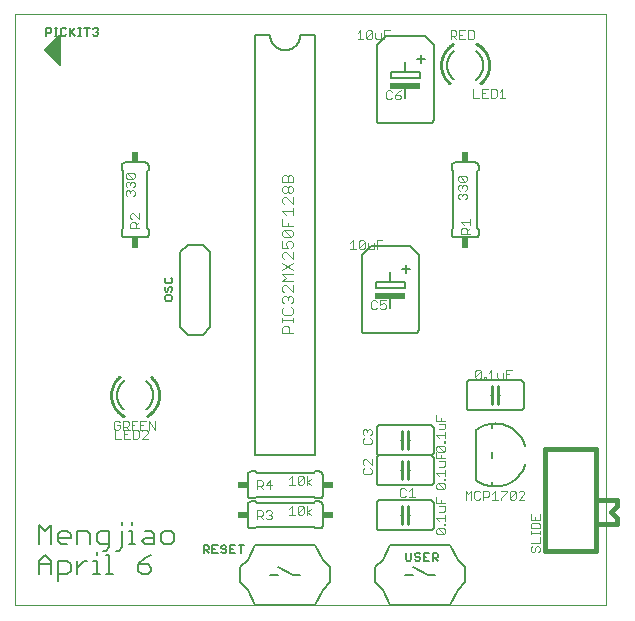
<source format=gto>
G75*
%MOIN*%
%OFA0B0*%
%FSLAX25Y25*%
%IPPOS*%
%LPD*%
%AMOC8*
5,1,8,0,0,1.08239X$1,22.5*
%
%ADD10C,0.00000*%
%ADD11C,0.00600*%
%ADD12C,0.01000*%
%ADD13C,0.00300*%
%ADD14R,0.10000X0.02000*%
%ADD15R,0.02400X0.03400*%
%ADD16R,0.03400X0.02400*%
%ADD17C,0.00400*%
%ADD18C,0.01600*%
%ADD19C,0.00500*%
%ADD20C,0.00800*%
D10*
X0001800Y0001800D02*
X0001800Y0198650D01*
X0198650Y0198650D01*
X0198650Y0001800D01*
X0001800Y0001800D01*
D11*
X0009600Y0012100D02*
X0009600Y0016370D01*
X0011735Y0018505D01*
X0013870Y0016370D01*
X0013870Y0012100D01*
X0016045Y0012100D02*
X0019248Y0012100D01*
X0020316Y0013168D01*
X0020316Y0015303D01*
X0019248Y0016370D01*
X0016045Y0016370D01*
X0016045Y0009965D01*
X0013870Y0015303D02*
X0009600Y0015303D01*
X0009600Y0022100D02*
X0009600Y0028505D01*
X0011735Y0026370D01*
X0013870Y0028505D01*
X0013870Y0022100D01*
X0016045Y0023168D02*
X0016045Y0025303D01*
X0017113Y0026370D01*
X0019248Y0026370D01*
X0020316Y0025303D01*
X0020316Y0024235D01*
X0016045Y0024235D01*
X0016045Y0023168D02*
X0017113Y0022100D01*
X0019248Y0022100D01*
X0022491Y0022100D02*
X0022491Y0026370D01*
X0025694Y0026370D01*
X0026761Y0025303D01*
X0026761Y0022100D01*
X0028936Y0023168D02*
X0028936Y0025303D01*
X0030004Y0026370D01*
X0033207Y0026370D01*
X0033207Y0021032D01*
X0032139Y0019965D01*
X0031072Y0019965D01*
X0032159Y0018505D02*
X0033227Y0018505D01*
X0033227Y0012100D01*
X0034294Y0012100D02*
X0032159Y0012100D01*
X0029997Y0012100D02*
X0027862Y0012100D01*
X0028930Y0012100D02*
X0028930Y0016370D01*
X0027862Y0016370D01*
X0025694Y0016370D02*
X0024626Y0016370D01*
X0022491Y0014235D01*
X0022491Y0012100D02*
X0022491Y0016370D01*
X0028930Y0018505D02*
X0028930Y0019573D01*
X0030004Y0022100D02*
X0033207Y0022100D01*
X0035382Y0019965D02*
X0036450Y0019965D01*
X0037517Y0021032D01*
X0037517Y0026370D01*
X0037517Y0028505D02*
X0037517Y0029573D01*
X0040747Y0029573D02*
X0040747Y0028505D01*
X0040747Y0026370D02*
X0040747Y0022100D01*
X0041814Y0022100D02*
X0039679Y0022100D01*
X0039679Y0026370D02*
X0040747Y0026370D01*
X0043976Y0023168D02*
X0045044Y0024235D01*
X0048246Y0024235D01*
X0048246Y0025303D02*
X0048246Y0022100D01*
X0045044Y0022100D01*
X0043976Y0023168D01*
X0045044Y0026370D02*
X0047179Y0026370D01*
X0048246Y0025303D01*
X0050421Y0025303D02*
X0050421Y0023168D01*
X0051489Y0022100D01*
X0053624Y0022100D01*
X0054692Y0023168D01*
X0054692Y0025303D01*
X0053624Y0026370D01*
X0051489Y0026370D01*
X0050421Y0025303D01*
X0047172Y0018505D02*
X0045037Y0017438D01*
X0042902Y0015303D01*
X0046104Y0015303D01*
X0047172Y0014235D01*
X0047172Y0013168D01*
X0046104Y0012100D01*
X0043969Y0012100D01*
X0042902Y0013168D01*
X0042902Y0015303D01*
X0030004Y0022100D02*
X0028936Y0023168D01*
X0064600Y0021702D02*
X0064600Y0019100D01*
X0064600Y0019967D02*
X0065901Y0019967D01*
X0066335Y0020401D01*
X0066335Y0021269D01*
X0065901Y0021702D01*
X0064600Y0021702D01*
X0065467Y0019967D02*
X0066335Y0019100D01*
X0067547Y0019100D02*
X0067547Y0021702D01*
X0069281Y0021702D01*
X0070493Y0021269D02*
X0070493Y0020835D01*
X0070927Y0020401D01*
X0071794Y0020401D01*
X0072228Y0019967D01*
X0072228Y0019534D01*
X0071794Y0019100D01*
X0070927Y0019100D01*
X0070493Y0019534D01*
X0069281Y0019100D02*
X0067547Y0019100D01*
X0067547Y0020401D02*
X0068414Y0020401D01*
X0070493Y0021269D02*
X0070927Y0021702D01*
X0071794Y0021702D01*
X0072228Y0021269D01*
X0073440Y0021702D02*
X0073440Y0019100D01*
X0075174Y0019100D01*
X0074307Y0020401D02*
X0073440Y0020401D01*
X0073440Y0021702D02*
X0075174Y0021702D01*
X0076386Y0021702D02*
X0078121Y0021702D01*
X0077253Y0021702D02*
X0077253Y0019100D01*
X0080300Y0027300D02*
X0081800Y0027300D01*
X0082300Y0027800D01*
X0101300Y0027800D01*
X0101800Y0027300D01*
X0103300Y0027300D01*
X0103360Y0027302D01*
X0103421Y0027307D01*
X0103480Y0027316D01*
X0103539Y0027329D01*
X0103598Y0027345D01*
X0103655Y0027365D01*
X0103710Y0027388D01*
X0103765Y0027415D01*
X0103817Y0027444D01*
X0103868Y0027477D01*
X0103917Y0027513D01*
X0103963Y0027551D01*
X0104007Y0027593D01*
X0104049Y0027637D01*
X0104087Y0027683D01*
X0104123Y0027732D01*
X0104156Y0027783D01*
X0104185Y0027835D01*
X0104212Y0027890D01*
X0104235Y0027945D01*
X0104255Y0028002D01*
X0104271Y0028061D01*
X0104284Y0028120D01*
X0104293Y0028179D01*
X0104298Y0028240D01*
X0104300Y0028300D01*
X0104300Y0035300D01*
X0104298Y0035360D01*
X0104293Y0035421D01*
X0104284Y0035480D01*
X0104271Y0035539D01*
X0104255Y0035598D01*
X0104235Y0035655D01*
X0104212Y0035710D01*
X0104185Y0035765D01*
X0104156Y0035817D01*
X0104123Y0035868D01*
X0104087Y0035917D01*
X0104049Y0035963D01*
X0104007Y0036007D01*
X0103963Y0036049D01*
X0103917Y0036087D01*
X0103868Y0036123D01*
X0103817Y0036156D01*
X0103765Y0036185D01*
X0103710Y0036212D01*
X0103655Y0036235D01*
X0103598Y0036255D01*
X0103539Y0036271D01*
X0103480Y0036284D01*
X0103421Y0036293D01*
X0103360Y0036298D01*
X0103300Y0036300D01*
X0101800Y0036300D01*
X0101300Y0035800D01*
X0082300Y0035800D01*
X0081800Y0036300D01*
X0080300Y0036300D01*
X0080300Y0037300D02*
X0081800Y0037300D01*
X0082300Y0037800D01*
X0101300Y0037800D01*
X0101800Y0037300D01*
X0103300Y0037300D01*
X0103360Y0037302D01*
X0103421Y0037307D01*
X0103480Y0037316D01*
X0103539Y0037329D01*
X0103598Y0037345D01*
X0103655Y0037365D01*
X0103710Y0037388D01*
X0103765Y0037415D01*
X0103817Y0037444D01*
X0103868Y0037477D01*
X0103917Y0037513D01*
X0103963Y0037551D01*
X0104007Y0037593D01*
X0104049Y0037637D01*
X0104087Y0037683D01*
X0104123Y0037732D01*
X0104156Y0037783D01*
X0104185Y0037835D01*
X0104212Y0037890D01*
X0104235Y0037945D01*
X0104255Y0038002D01*
X0104271Y0038061D01*
X0104284Y0038120D01*
X0104293Y0038179D01*
X0104298Y0038240D01*
X0104300Y0038300D01*
X0104300Y0045300D01*
X0104298Y0045360D01*
X0104293Y0045421D01*
X0104284Y0045480D01*
X0104271Y0045539D01*
X0104255Y0045598D01*
X0104235Y0045655D01*
X0104212Y0045710D01*
X0104185Y0045765D01*
X0104156Y0045817D01*
X0104123Y0045868D01*
X0104087Y0045917D01*
X0104049Y0045963D01*
X0104007Y0046007D01*
X0103963Y0046049D01*
X0103917Y0046087D01*
X0103868Y0046123D01*
X0103817Y0046156D01*
X0103765Y0046185D01*
X0103710Y0046212D01*
X0103655Y0046235D01*
X0103598Y0046255D01*
X0103539Y0046271D01*
X0103480Y0046284D01*
X0103421Y0046293D01*
X0103360Y0046298D01*
X0103300Y0046300D01*
X0101800Y0046300D01*
X0101300Y0045800D01*
X0082300Y0045800D01*
X0081800Y0046300D01*
X0080300Y0046300D01*
X0080240Y0046298D01*
X0080179Y0046293D01*
X0080120Y0046284D01*
X0080061Y0046271D01*
X0080002Y0046255D01*
X0079945Y0046235D01*
X0079890Y0046212D01*
X0079835Y0046185D01*
X0079783Y0046156D01*
X0079732Y0046123D01*
X0079683Y0046087D01*
X0079637Y0046049D01*
X0079593Y0046007D01*
X0079551Y0045963D01*
X0079513Y0045917D01*
X0079477Y0045868D01*
X0079444Y0045817D01*
X0079415Y0045765D01*
X0079388Y0045710D01*
X0079365Y0045655D01*
X0079345Y0045598D01*
X0079329Y0045539D01*
X0079316Y0045480D01*
X0079307Y0045421D01*
X0079302Y0045360D01*
X0079300Y0045300D01*
X0079300Y0038300D01*
X0079302Y0038240D01*
X0079307Y0038179D01*
X0079316Y0038120D01*
X0079329Y0038061D01*
X0079345Y0038002D01*
X0079365Y0037945D01*
X0079388Y0037890D01*
X0079415Y0037835D01*
X0079444Y0037783D01*
X0079477Y0037732D01*
X0079513Y0037683D01*
X0079551Y0037637D01*
X0079593Y0037593D01*
X0079637Y0037551D01*
X0079683Y0037513D01*
X0079732Y0037477D01*
X0079783Y0037444D01*
X0079835Y0037415D01*
X0079890Y0037388D01*
X0079945Y0037365D01*
X0080002Y0037345D01*
X0080061Y0037329D01*
X0080120Y0037316D01*
X0080179Y0037307D01*
X0080240Y0037302D01*
X0080300Y0037300D01*
X0080300Y0036300D02*
X0080240Y0036298D01*
X0080179Y0036293D01*
X0080120Y0036284D01*
X0080061Y0036271D01*
X0080002Y0036255D01*
X0079945Y0036235D01*
X0079890Y0036212D01*
X0079835Y0036185D01*
X0079783Y0036156D01*
X0079732Y0036123D01*
X0079683Y0036087D01*
X0079637Y0036049D01*
X0079593Y0036007D01*
X0079551Y0035963D01*
X0079513Y0035917D01*
X0079477Y0035868D01*
X0079444Y0035817D01*
X0079415Y0035765D01*
X0079388Y0035710D01*
X0079365Y0035655D01*
X0079345Y0035598D01*
X0079329Y0035539D01*
X0079316Y0035480D01*
X0079307Y0035421D01*
X0079302Y0035360D01*
X0079300Y0035300D01*
X0079300Y0028300D01*
X0079302Y0028240D01*
X0079307Y0028179D01*
X0079316Y0028120D01*
X0079329Y0028061D01*
X0079345Y0028002D01*
X0079365Y0027945D01*
X0079388Y0027890D01*
X0079415Y0027835D01*
X0079444Y0027783D01*
X0079477Y0027732D01*
X0079513Y0027683D01*
X0079551Y0027637D01*
X0079593Y0027593D01*
X0079637Y0027551D01*
X0079683Y0027513D01*
X0079732Y0027477D01*
X0079783Y0027444D01*
X0079835Y0027415D01*
X0079890Y0027388D01*
X0079945Y0027365D01*
X0080002Y0027345D01*
X0080061Y0027329D01*
X0080120Y0027316D01*
X0080179Y0027307D01*
X0080240Y0027302D01*
X0080300Y0027300D01*
X0081800Y0051800D02*
X0081800Y0191300D01*
X0081800Y0191800D02*
X0086800Y0191800D01*
X0086802Y0191660D01*
X0086808Y0191520D01*
X0086818Y0191380D01*
X0086831Y0191240D01*
X0086849Y0191101D01*
X0086871Y0190962D01*
X0086896Y0190825D01*
X0086925Y0190687D01*
X0086958Y0190551D01*
X0086995Y0190416D01*
X0087036Y0190282D01*
X0087081Y0190149D01*
X0087129Y0190017D01*
X0087181Y0189887D01*
X0087236Y0189758D01*
X0087295Y0189631D01*
X0087358Y0189505D01*
X0087424Y0189381D01*
X0087493Y0189260D01*
X0087566Y0189140D01*
X0087643Y0189022D01*
X0087722Y0188907D01*
X0087805Y0188793D01*
X0087891Y0188683D01*
X0087980Y0188574D01*
X0088072Y0188468D01*
X0088167Y0188365D01*
X0088264Y0188264D01*
X0088365Y0188167D01*
X0088468Y0188072D01*
X0088574Y0187980D01*
X0088683Y0187891D01*
X0088793Y0187805D01*
X0088907Y0187722D01*
X0089022Y0187643D01*
X0089140Y0187566D01*
X0089260Y0187493D01*
X0089381Y0187424D01*
X0089505Y0187358D01*
X0089631Y0187295D01*
X0089758Y0187236D01*
X0089887Y0187181D01*
X0090017Y0187129D01*
X0090149Y0187081D01*
X0090282Y0187036D01*
X0090416Y0186995D01*
X0090551Y0186958D01*
X0090687Y0186925D01*
X0090825Y0186896D01*
X0090962Y0186871D01*
X0091101Y0186849D01*
X0091240Y0186831D01*
X0091380Y0186818D01*
X0091520Y0186808D01*
X0091660Y0186802D01*
X0091800Y0186800D01*
X0091940Y0186802D01*
X0092080Y0186808D01*
X0092220Y0186818D01*
X0092360Y0186831D01*
X0092499Y0186849D01*
X0092638Y0186871D01*
X0092775Y0186896D01*
X0092913Y0186925D01*
X0093049Y0186958D01*
X0093184Y0186995D01*
X0093318Y0187036D01*
X0093451Y0187081D01*
X0093583Y0187129D01*
X0093713Y0187181D01*
X0093842Y0187236D01*
X0093969Y0187295D01*
X0094095Y0187358D01*
X0094219Y0187424D01*
X0094340Y0187493D01*
X0094460Y0187566D01*
X0094578Y0187643D01*
X0094693Y0187722D01*
X0094807Y0187805D01*
X0094917Y0187891D01*
X0095026Y0187980D01*
X0095132Y0188072D01*
X0095235Y0188167D01*
X0095336Y0188264D01*
X0095433Y0188365D01*
X0095528Y0188468D01*
X0095620Y0188574D01*
X0095709Y0188683D01*
X0095795Y0188793D01*
X0095878Y0188907D01*
X0095957Y0189022D01*
X0096034Y0189140D01*
X0096107Y0189260D01*
X0096176Y0189381D01*
X0096242Y0189505D01*
X0096305Y0189631D01*
X0096364Y0189758D01*
X0096419Y0189887D01*
X0096471Y0190017D01*
X0096519Y0190149D01*
X0096564Y0190282D01*
X0096605Y0190416D01*
X0096642Y0190551D01*
X0096675Y0190687D01*
X0096704Y0190825D01*
X0096729Y0190962D01*
X0096751Y0191101D01*
X0096769Y0191240D01*
X0096782Y0191380D01*
X0096792Y0191520D01*
X0096798Y0191660D01*
X0096800Y0191800D01*
X0101800Y0191800D01*
X0101800Y0051800D01*
X0081800Y0051800D01*
X0122300Y0050800D02*
X0122300Y0042800D01*
X0122302Y0042740D01*
X0122307Y0042679D01*
X0122316Y0042620D01*
X0122329Y0042561D01*
X0122345Y0042502D01*
X0122365Y0042445D01*
X0122388Y0042390D01*
X0122415Y0042335D01*
X0122444Y0042283D01*
X0122477Y0042232D01*
X0122513Y0042183D01*
X0122551Y0042137D01*
X0122593Y0042093D01*
X0122637Y0042051D01*
X0122683Y0042013D01*
X0122732Y0041977D01*
X0122783Y0041944D01*
X0122835Y0041915D01*
X0122890Y0041888D01*
X0122945Y0041865D01*
X0123002Y0041845D01*
X0123061Y0041829D01*
X0123120Y0041816D01*
X0123179Y0041807D01*
X0123240Y0041802D01*
X0123300Y0041800D01*
X0140300Y0041800D01*
X0140360Y0041802D01*
X0140421Y0041807D01*
X0140480Y0041816D01*
X0140539Y0041829D01*
X0140598Y0041845D01*
X0140655Y0041865D01*
X0140710Y0041888D01*
X0140765Y0041915D01*
X0140817Y0041944D01*
X0140868Y0041977D01*
X0140917Y0042013D01*
X0140963Y0042051D01*
X0141007Y0042093D01*
X0141049Y0042137D01*
X0141087Y0042183D01*
X0141123Y0042232D01*
X0141156Y0042283D01*
X0141185Y0042335D01*
X0141212Y0042390D01*
X0141235Y0042445D01*
X0141255Y0042502D01*
X0141271Y0042561D01*
X0141284Y0042620D01*
X0141293Y0042679D01*
X0141298Y0042740D01*
X0141300Y0042800D01*
X0141300Y0050800D01*
X0141298Y0050860D01*
X0141293Y0050921D01*
X0141284Y0050980D01*
X0141271Y0051039D01*
X0141255Y0051098D01*
X0141235Y0051155D01*
X0141212Y0051210D01*
X0141185Y0051265D01*
X0141156Y0051317D01*
X0141123Y0051368D01*
X0141087Y0051417D01*
X0141049Y0051463D01*
X0141007Y0051507D01*
X0140963Y0051549D01*
X0140917Y0051587D01*
X0140868Y0051623D01*
X0140817Y0051656D01*
X0140765Y0051685D01*
X0140710Y0051712D01*
X0140655Y0051735D01*
X0140598Y0051755D01*
X0140539Y0051771D01*
X0140480Y0051784D01*
X0140421Y0051793D01*
X0140360Y0051798D01*
X0140300Y0051800D01*
X0123300Y0051800D01*
X0140300Y0051800D01*
X0140360Y0051802D01*
X0140421Y0051807D01*
X0140480Y0051816D01*
X0140539Y0051829D01*
X0140598Y0051845D01*
X0140655Y0051865D01*
X0140710Y0051888D01*
X0140765Y0051915D01*
X0140817Y0051944D01*
X0140868Y0051977D01*
X0140917Y0052013D01*
X0140963Y0052051D01*
X0141007Y0052093D01*
X0141049Y0052137D01*
X0141087Y0052183D01*
X0141123Y0052232D01*
X0141156Y0052283D01*
X0141185Y0052335D01*
X0141212Y0052390D01*
X0141235Y0052445D01*
X0141255Y0052502D01*
X0141271Y0052561D01*
X0141284Y0052620D01*
X0141293Y0052679D01*
X0141298Y0052740D01*
X0141300Y0052800D01*
X0141300Y0060800D01*
X0141298Y0060860D01*
X0141293Y0060921D01*
X0141284Y0060980D01*
X0141271Y0061039D01*
X0141255Y0061098D01*
X0141235Y0061155D01*
X0141212Y0061210D01*
X0141185Y0061265D01*
X0141156Y0061317D01*
X0141123Y0061368D01*
X0141087Y0061417D01*
X0141049Y0061463D01*
X0141007Y0061507D01*
X0140963Y0061549D01*
X0140917Y0061587D01*
X0140868Y0061623D01*
X0140817Y0061656D01*
X0140765Y0061685D01*
X0140710Y0061712D01*
X0140655Y0061735D01*
X0140598Y0061755D01*
X0140539Y0061771D01*
X0140480Y0061784D01*
X0140421Y0061793D01*
X0140360Y0061798D01*
X0140300Y0061800D01*
X0123300Y0061800D01*
X0123240Y0061798D01*
X0123179Y0061793D01*
X0123120Y0061784D01*
X0123061Y0061771D01*
X0123002Y0061755D01*
X0122945Y0061735D01*
X0122890Y0061712D01*
X0122835Y0061685D01*
X0122783Y0061656D01*
X0122732Y0061623D01*
X0122683Y0061587D01*
X0122637Y0061549D01*
X0122593Y0061507D01*
X0122551Y0061463D01*
X0122513Y0061417D01*
X0122477Y0061368D01*
X0122444Y0061317D01*
X0122415Y0061265D01*
X0122388Y0061210D01*
X0122365Y0061155D01*
X0122345Y0061098D01*
X0122329Y0061039D01*
X0122316Y0060980D01*
X0122307Y0060921D01*
X0122302Y0060860D01*
X0122300Y0060800D01*
X0122300Y0052800D01*
X0122302Y0052740D01*
X0122307Y0052679D01*
X0122316Y0052620D01*
X0122329Y0052561D01*
X0122345Y0052502D01*
X0122365Y0052445D01*
X0122388Y0052390D01*
X0122415Y0052335D01*
X0122444Y0052283D01*
X0122477Y0052232D01*
X0122513Y0052183D01*
X0122551Y0052137D01*
X0122593Y0052093D01*
X0122637Y0052051D01*
X0122683Y0052013D01*
X0122732Y0051977D01*
X0122783Y0051944D01*
X0122835Y0051915D01*
X0122890Y0051888D01*
X0122945Y0051865D01*
X0123002Y0051845D01*
X0123061Y0051829D01*
X0123120Y0051816D01*
X0123179Y0051807D01*
X0123240Y0051802D01*
X0123300Y0051800D01*
X0123240Y0051798D01*
X0123179Y0051793D01*
X0123120Y0051784D01*
X0123061Y0051771D01*
X0123002Y0051755D01*
X0122945Y0051735D01*
X0122890Y0051712D01*
X0122835Y0051685D01*
X0122783Y0051656D01*
X0122732Y0051623D01*
X0122683Y0051587D01*
X0122637Y0051549D01*
X0122593Y0051507D01*
X0122551Y0051463D01*
X0122513Y0051417D01*
X0122477Y0051368D01*
X0122444Y0051317D01*
X0122415Y0051265D01*
X0122388Y0051210D01*
X0122365Y0051155D01*
X0122345Y0051098D01*
X0122329Y0051039D01*
X0122316Y0050980D01*
X0122307Y0050921D01*
X0122302Y0050860D01*
X0122300Y0050800D01*
X0130300Y0046800D02*
X0130800Y0046800D01*
X0132800Y0046800D02*
X0133300Y0046800D01*
X0133300Y0056800D02*
X0132800Y0056800D01*
X0130800Y0056800D02*
X0130300Y0056800D01*
X0123300Y0036800D02*
X0140300Y0036800D01*
X0140360Y0036798D01*
X0140421Y0036793D01*
X0140480Y0036784D01*
X0140539Y0036771D01*
X0140598Y0036755D01*
X0140655Y0036735D01*
X0140710Y0036712D01*
X0140765Y0036685D01*
X0140817Y0036656D01*
X0140868Y0036623D01*
X0140917Y0036587D01*
X0140963Y0036549D01*
X0141007Y0036507D01*
X0141049Y0036463D01*
X0141087Y0036417D01*
X0141123Y0036368D01*
X0141156Y0036317D01*
X0141185Y0036265D01*
X0141212Y0036210D01*
X0141235Y0036155D01*
X0141255Y0036098D01*
X0141271Y0036039D01*
X0141284Y0035980D01*
X0141293Y0035921D01*
X0141298Y0035860D01*
X0141300Y0035800D01*
X0141300Y0027800D01*
X0141298Y0027740D01*
X0141293Y0027679D01*
X0141284Y0027620D01*
X0141271Y0027561D01*
X0141255Y0027502D01*
X0141235Y0027445D01*
X0141212Y0027390D01*
X0141185Y0027335D01*
X0141156Y0027283D01*
X0141123Y0027232D01*
X0141087Y0027183D01*
X0141049Y0027137D01*
X0141007Y0027093D01*
X0140963Y0027051D01*
X0140917Y0027013D01*
X0140868Y0026977D01*
X0140817Y0026944D01*
X0140765Y0026915D01*
X0140710Y0026888D01*
X0140655Y0026865D01*
X0140598Y0026845D01*
X0140539Y0026829D01*
X0140480Y0026816D01*
X0140421Y0026807D01*
X0140360Y0026802D01*
X0140300Y0026800D01*
X0123300Y0026800D01*
X0123240Y0026802D01*
X0123179Y0026807D01*
X0123120Y0026816D01*
X0123061Y0026829D01*
X0123002Y0026845D01*
X0122945Y0026865D01*
X0122890Y0026888D01*
X0122835Y0026915D01*
X0122783Y0026944D01*
X0122732Y0026977D01*
X0122683Y0027013D01*
X0122637Y0027051D01*
X0122593Y0027093D01*
X0122551Y0027137D01*
X0122513Y0027183D01*
X0122477Y0027232D01*
X0122444Y0027283D01*
X0122415Y0027335D01*
X0122388Y0027390D01*
X0122365Y0027445D01*
X0122345Y0027502D01*
X0122329Y0027561D01*
X0122316Y0027620D01*
X0122307Y0027679D01*
X0122302Y0027740D01*
X0122300Y0027800D01*
X0122300Y0035800D01*
X0122302Y0035860D01*
X0122307Y0035921D01*
X0122316Y0035980D01*
X0122329Y0036039D01*
X0122345Y0036098D01*
X0122365Y0036155D01*
X0122388Y0036210D01*
X0122415Y0036265D01*
X0122444Y0036317D01*
X0122477Y0036368D01*
X0122513Y0036417D01*
X0122551Y0036463D01*
X0122593Y0036507D01*
X0122637Y0036549D01*
X0122683Y0036587D01*
X0122732Y0036623D01*
X0122783Y0036656D01*
X0122835Y0036685D01*
X0122890Y0036712D01*
X0122945Y0036735D01*
X0123002Y0036755D01*
X0123061Y0036771D01*
X0123120Y0036784D01*
X0123179Y0036793D01*
X0123240Y0036798D01*
X0123300Y0036800D01*
X0130300Y0031800D02*
X0130800Y0031800D01*
X0132800Y0031800D02*
X0133300Y0031800D01*
X0133835Y0019202D02*
X0133835Y0017034D01*
X0133401Y0016600D01*
X0132534Y0016600D01*
X0132100Y0017034D01*
X0132100Y0019202D01*
X0135047Y0018769D02*
X0135047Y0018335D01*
X0135480Y0017901D01*
X0136348Y0017901D01*
X0136781Y0017467D01*
X0136781Y0017034D01*
X0136348Y0016600D01*
X0135480Y0016600D01*
X0135047Y0017034D01*
X0135047Y0018769D02*
X0135480Y0019202D01*
X0136348Y0019202D01*
X0136781Y0018769D01*
X0137993Y0019202D02*
X0137993Y0016600D01*
X0139728Y0016600D01*
X0140940Y0016600D02*
X0140940Y0019202D01*
X0142241Y0019202D01*
X0142674Y0018769D01*
X0142674Y0017901D01*
X0142241Y0017467D01*
X0140940Y0017467D01*
X0141807Y0017467D02*
X0142674Y0016600D01*
X0139728Y0019202D02*
X0137993Y0019202D01*
X0137993Y0017901D02*
X0138860Y0017901D01*
X0153300Y0066800D02*
X0170300Y0066800D01*
X0170360Y0066802D01*
X0170421Y0066807D01*
X0170480Y0066816D01*
X0170539Y0066829D01*
X0170598Y0066845D01*
X0170655Y0066865D01*
X0170710Y0066888D01*
X0170765Y0066915D01*
X0170817Y0066944D01*
X0170868Y0066977D01*
X0170917Y0067013D01*
X0170963Y0067051D01*
X0171007Y0067093D01*
X0171049Y0067137D01*
X0171087Y0067183D01*
X0171123Y0067232D01*
X0171156Y0067283D01*
X0171185Y0067335D01*
X0171212Y0067390D01*
X0171235Y0067445D01*
X0171255Y0067502D01*
X0171271Y0067561D01*
X0171284Y0067620D01*
X0171293Y0067679D01*
X0171298Y0067740D01*
X0171300Y0067800D01*
X0171300Y0075800D01*
X0171298Y0075860D01*
X0171293Y0075921D01*
X0171284Y0075980D01*
X0171271Y0076039D01*
X0171255Y0076098D01*
X0171235Y0076155D01*
X0171212Y0076210D01*
X0171185Y0076265D01*
X0171156Y0076317D01*
X0171123Y0076368D01*
X0171087Y0076417D01*
X0171049Y0076463D01*
X0171007Y0076507D01*
X0170963Y0076549D01*
X0170917Y0076587D01*
X0170868Y0076623D01*
X0170817Y0076656D01*
X0170765Y0076685D01*
X0170710Y0076712D01*
X0170655Y0076735D01*
X0170598Y0076755D01*
X0170539Y0076771D01*
X0170480Y0076784D01*
X0170421Y0076793D01*
X0170360Y0076798D01*
X0170300Y0076800D01*
X0153300Y0076800D01*
X0153240Y0076798D01*
X0153179Y0076793D01*
X0153120Y0076784D01*
X0153061Y0076771D01*
X0153002Y0076755D01*
X0152945Y0076735D01*
X0152890Y0076712D01*
X0152835Y0076685D01*
X0152783Y0076656D01*
X0152732Y0076623D01*
X0152683Y0076587D01*
X0152637Y0076549D01*
X0152593Y0076507D01*
X0152551Y0076463D01*
X0152513Y0076417D01*
X0152477Y0076368D01*
X0152444Y0076317D01*
X0152415Y0076265D01*
X0152388Y0076210D01*
X0152365Y0076155D01*
X0152345Y0076098D01*
X0152329Y0076039D01*
X0152316Y0075980D01*
X0152307Y0075921D01*
X0152302Y0075860D01*
X0152300Y0075800D01*
X0152300Y0067800D01*
X0152302Y0067740D01*
X0152307Y0067679D01*
X0152316Y0067620D01*
X0152329Y0067561D01*
X0152345Y0067502D01*
X0152365Y0067445D01*
X0152388Y0067390D01*
X0152415Y0067335D01*
X0152444Y0067283D01*
X0152477Y0067232D01*
X0152513Y0067183D01*
X0152551Y0067137D01*
X0152593Y0067093D01*
X0152637Y0067051D01*
X0152683Y0067013D01*
X0152732Y0066977D01*
X0152783Y0066944D01*
X0152835Y0066915D01*
X0152890Y0066888D01*
X0152945Y0066865D01*
X0153002Y0066845D01*
X0153061Y0066829D01*
X0153120Y0066816D01*
X0153179Y0066807D01*
X0153240Y0066802D01*
X0153300Y0066800D01*
X0160300Y0071800D02*
X0160800Y0071800D01*
X0162800Y0071800D02*
X0163300Y0071800D01*
X0136300Y0093800D02*
X0136300Y0118300D01*
X0133300Y0121300D01*
X0120300Y0121300D01*
X0117300Y0118300D01*
X0117300Y0093800D01*
X0117302Y0093724D01*
X0117308Y0093648D01*
X0117317Y0093573D01*
X0117331Y0093498D01*
X0117348Y0093424D01*
X0117369Y0093351D01*
X0117393Y0093279D01*
X0117422Y0093208D01*
X0117453Y0093139D01*
X0117488Y0093072D01*
X0117527Y0093007D01*
X0117569Y0092943D01*
X0117614Y0092882D01*
X0117662Y0092823D01*
X0117713Y0092767D01*
X0117767Y0092713D01*
X0117823Y0092662D01*
X0117882Y0092614D01*
X0117943Y0092569D01*
X0118007Y0092527D01*
X0118072Y0092488D01*
X0118139Y0092453D01*
X0118208Y0092422D01*
X0118279Y0092393D01*
X0118351Y0092369D01*
X0118424Y0092348D01*
X0118498Y0092331D01*
X0118573Y0092317D01*
X0118648Y0092308D01*
X0118724Y0092302D01*
X0118800Y0092300D01*
X0134800Y0092300D01*
X0134876Y0092302D01*
X0134952Y0092308D01*
X0135027Y0092317D01*
X0135102Y0092331D01*
X0135176Y0092348D01*
X0135249Y0092369D01*
X0135321Y0092393D01*
X0135392Y0092422D01*
X0135461Y0092453D01*
X0135528Y0092488D01*
X0135593Y0092527D01*
X0135657Y0092569D01*
X0135718Y0092614D01*
X0135777Y0092662D01*
X0135833Y0092713D01*
X0135887Y0092767D01*
X0135938Y0092823D01*
X0135986Y0092882D01*
X0136031Y0092943D01*
X0136073Y0093007D01*
X0136112Y0093072D01*
X0136147Y0093139D01*
X0136178Y0093208D01*
X0136207Y0093279D01*
X0136231Y0093351D01*
X0136252Y0093424D01*
X0136269Y0093498D01*
X0136283Y0093573D01*
X0136292Y0093648D01*
X0136298Y0093724D01*
X0136300Y0093800D01*
X0126800Y0100800D02*
X0126800Y0104300D01*
X0126800Y0109300D02*
X0131600Y0109300D01*
X0131600Y0107300D01*
X0122000Y0107300D01*
X0122000Y0109300D01*
X0126800Y0109300D01*
X0126800Y0112800D01*
X0130900Y0113800D02*
X0133400Y0113800D01*
X0132200Y0112500D02*
X0132200Y0115100D01*
X0147300Y0125300D02*
X0147300Y0126800D01*
X0147800Y0127300D01*
X0147800Y0146300D01*
X0147300Y0146800D01*
X0147300Y0148300D01*
X0147302Y0148360D01*
X0147307Y0148421D01*
X0147316Y0148480D01*
X0147329Y0148539D01*
X0147345Y0148598D01*
X0147365Y0148655D01*
X0147388Y0148710D01*
X0147415Y0148765D01*
X0147444Y0148817D01*
X0147477Y0148868D01*
X0147513Y0148917D01*
X0147551Y0148963D01*
X0147593Y0149007D01*
X0147637Y0149049D01*
X0147683Y0149087D01*
X0147732Y0149123D01*
X0147783Y0149156D01*
X0147835Y0149185D01*
X0147890Y0149212D01*
X0147945Y0149235D01*
X0148002Y0149255D01*
X0148061Y0149271D01*
X0148120Y0149284D01*
X0148179Y0149293D01*
X0148240Y0149298D01*
X0148300Y0149300D01*
X0155300Y0149300D01*
X0155360Y0149298D01*
X0155421Y0149293D01*
X0155480Y0149284D01*
X0155539Y0149271D01*
X0155598Y0149255D01*
X0155655Y0149235D01*
X0155710Y0149212D01*
X0155765Y0149185D01*
X0155817Y0149156D01*
X0155868Y0149123D01*
X0155917Y0149087D01*
X0155963Y0149049D01*
X0156007Y0149007D01*
X0156049Y0148963D01*
X0156087Y0148917D01*
X0156123Y0148868D01*
X0156156Y0148817D01*
X0156185Y0148765D01*
X0156212Y0148710D01*
X0156235Y0148655D01*
X0156255Y0148598D01*
X0156271Y0148539D01*
X0156284Y0148480D01*
X0156293Y0148421D01*
X0156298Y0148360D01*
X0156300Y0148300D01*
X0156300Y0146800D01*
X0155800Y0146300D01*
X0155800Y0127300D01*
X0156300Y0126800D01*
X0156300Y0125300D01*
X0156298Y0125240D01*
X0156293Y0125179D01*
X0156284Y0125120D01*
X0156271Y0125061D01*
X0156255Y0125002D01*
X0156235Y0124945D01*
X0156212Y0124890D01*
X0156185Y0124835D01*
X0156156Y0124783D01*
X0156123Y0124732D01*
X0156087Y0124683D01*
X0156049Y0124637D01*
X0156007Y0124593D01*
X0155963Y0124551D01*
X0155917Y0124513D01*
X0155868Y0124477D01*
X0155817Y0124444D01*
X0155765Y0124415D01*
X0155710Y0124388D01*
X0155655Y0124365D01*
X0155598Y0124345D01*
X0155539Y0124329D01*
X0155480Y0124316D01*
X0155421Y0124307D01*
X0155360Y0124302D01*
X0155300Y0124300D01*
X0148300Y0124300D01*
X0148240Y0124302D01*
X0148179Y0124307D01*
X0148120Y0124316D01*
X0148061Y0124329D01*
X0148002Y0124345D01*
X0147945Y0124365D01*
X0147890Y0124388D01*
X0147835Y0124415D01*
X0147783Y0124444D01*
X0147732Y0124477D01*
X0147683Y0124513D01*
X0147637Y0124551D01*
X0147593Y0124593D01*
X0147551Y0124637D01*
X0147513Y0124683D01*
X0147477Y0124732D01*
X0147444Y0124783D01*
X0147415Y0124835D01*
X0147388Y0124890D01*
X0147365Y0124945D01*
X0147345Y0125002D01*
X0147329Y0125061D01*
X0147316Y0125120D01*
X0147307Y0125179D01*
X0147302Y0125240D01*
X0147300Y0125300D01*
X0139800Y0162300D02*
X0123800Y0162300D01*
X0123724Y0162302D01*
X0123648Y0162308D01*
X0123573Y0162317D01*
X0123498Y0162331D01*
X0123424Y0162348D01*
X0123351Y0162369D01*
X0123279Y0162393D01*
X0123208Y0162422D01*
X0123139Y0162453D01*
X0123072Y0162488D01*
X0123007Y0162527D01*
X0122943Y0162569D01*
X0122882Y0162614D01*
X0122823Y0162662D01*
X0122767Y0162713D01*
X0122713Y0162767D01*
X0122662Y0162823D01*
X0122614Y0162882D01*
X0122569Y0162943D01*
X0122527Y0163007D01*
X0122488Y0163072D01*
X0122453Y0163139D01*
X0122422Y0163208D01*
X0122393Y0163279D01*
X0122369Y0163351D01*
X0122348Y0163424D01*
X0122331Y0163498D01*
X0122317Y0163573D01*
X0122308Y0163648D01*
X0122302Y0163724D01*
X0122300Y0163800D01*
X0122300Y0188300D01*
X0125300Y0191300D01*
X0138300Y0191300D01*
X0141300Y0188300D01*
X0141300Y0163800D01*
X0141298Y0163724D01*
X0141292Y0163648D01*
X0141283Y0163573D01*
X0141269Y0163498D01*
X0141252Y0163424D01*
X0141231Y0163351D01*
X0141207Y0163279D01*
X0141178Y0163208D01*
X0141147Y0163139D01*
X0141112Y0163072D01*
X0141073Y0163007D01*
X0141031Y0162943D01*
X0140986Y0162882D01*
X0140938Y0162823D01*
X0140887Y0162767D01*
X0140833Y0162713D01*
X0140777Y0162662D01*
X0140718Y0162614D01*
X0140657Y0162569D01*
X0140593Y0162527D01*
X0140528Y0162488D01*
X0140461Y0162453D01*
X0140392Y0162422D01*
X0140321Y0162393D01*
X0140249Y0162369D01*
X0140176Y0162348D01*
X0140102Y0162331D01*
X0140027Y0162317D01*
X0139952Y0162308D01*
X0139876Y0162302D01*
X0139800Y0162300D01*
X0131800Y0170800D02*
X0131800Y0174300D01*
X0131800Y0179300D02*
X0127000Y0179300D01*
X0127000Y0177300D01*
X0136600Y0177300D01*
X0136600Y0179300D01*
X0131800Y0179300D01*
X0131800Y0182800D01*
X0135900Y0183800D02*
X0138400Y0183800D01*
X0137200Y0182500D02*
X0137200Y0185100D01*
X0155287Y0176918D02*
X0155412Y0177009D01*
X0155534Y0177103D01*
X0155653Y0177201D01*
X0155770Y0177301D01*
X0155884Y0177405D01*
X0155996Y0177511D01*
X0156104Y0177620D01*
X0156210Y0177732D01*
X0156313Y0177847D01*
X0156413Y0177964D01*
X0156511Y0178084D01*
X0156604Y0178206D01*
X0156695Y0178330D01*
X0156783Y0178457D01*
X0156867Y0178586D01*
X0156948Y0178718D01*
X0157025Y0178851D01*
X0157099Y0178986D01*
X0157170Y0179123D01*
X0157237Y0179262D01*
X0157300Y0179402D01*
X0157360Y0179545D01*
X0157416Y0179688D01*
X0157468Y0179833D01*
X0157517Y0179979D01*
X0157562Y0180127D01*
X0157603Y0180275D01*
X0157640Y0180425D01*
X0157674Y0180575D01*
X0157703Y0180727D01*
X0157729Y0180879D01*
X0157751Y0181031D01*
X0157768Y0181184D01*
X0157782Y0181338D01*
X0157792Y0181492D01*
X0157798Y0181646D01*
X0157800Y0181800D01*
X0148117Y0186536D02*
X0147998Y0186442D01*
X0147882Y0186344D01*
X0147768Y0186244D01*
X0147657Y0186140D01*
X0147549Y0186034D01*
X0147443Y0185926D01*
X0147341Y0185814D01*
X0147241Y0185700D01*
X0147143Y0185584D01*
X0147049Y0185465D01*
X0146958Y0185344D01*
X0146870Y0185220D01*
X0146785Y0185094D01*
X0146704Y0184967D01*
X0146625Y0184837D01*
X0146550Y0184705D01*
X0146479Y0184572D01*
X0146410Y0184436D01*
X0146345Y0184299D01*
X0146284Y0184161D01*
X0146226Y0184020D01*
X0146172Y0183879D01*
X0146121Y0183736D01*
X0146074Y0183592D01*
X0146030Y0183447D01*
X0145991Y0183300D01*
X0145955Y0183153D01*
X0145922Y0183005D01*
X0145894Y0182856D01*
X0145869Y0182706D01*
X0145848Y0182556D01*
X0145831Y0182406D01*
X0145817Y0182254D01*
X0145808Y0182103D01*
X0145802Y0181952D01*
X0145800Y0181800D01*
X0155400Y0186600D02*
X0155519Y0186508D01*
X0155636Y0186414D01*
X0155750Y0186316D01*
X0155862Y0186216D01*
X0155972Y0186112D01*
X0156078Y0186007D01*
X0156183Y0185898D01*
X0156284Y0185787D01*
X0156382Y0185673D01*
X0156478Y0185557D01*
X0156571Y0185439D01*
X0156660Y0185318D01*
X0156747Y0185195D01*
X0156830Y0185070D01*
X0156911Y0184943D01*
X0156988Y0184814D01*
X0157062Y0184683D01*
X0157133Y0184550D01*
X0157200Y0184416D01*
X0157264Y0184280D01*
X0157324Y0184142D01*
X0157381Y0184003D01*
X0157434Y0183862D01*
X0157484Y0183720D01*
X0157531Y0183577D01*
X0157573Y0183433D01*
X0157613Y0183288D01*
X0157648Y0183142D01*
X0157680Y0182995D01*
X0157708Y0182847D01*
X0157732Y0182699D01*
X0157753Y0182550D01*
X0157770Y0182400D01*
X0157783Y0182251D01*
X0157792Y0182101D01*
X0157798Y0181950D01*
X0157800Y0181800D01*
X0148117Y0177064D02*
X0147998Y0177158D01*
X0147882Y0177256D01*
X0147768Y0177356D01*
X0147657Y0177460D01*
X0147549Y0177566D01*
X0147443Y0177674D01*
X0147341Y0177786D01*
X0147241Y0177900D01*
X0147143Y0178016D01*
X0147049Y0178135D01*
X0146958Y0178256D01*
X0146870Y0178380D01*
X0146785Y0178506D01*
X0146704Y0178633D01*
X0146625Y0178763D01*
X0146550Y0178895D01*
X0146479Y0179028D01*
X0146410Y0179164D01*
X0146345Y0179301D01*
X0146284Y0179439D01*
X0146226Y0179580D01*
X0146172Y0179721D01*
X0146121Y0179864D01*
X0146074Y0180008D01*
X0146030Y0180153D01*
X0145991Y0180300D01*
X0145955Y0180447D01*
X0145922Y0180595D01*
X0145894Y0180744D01*
X0145869Y0180894D01*
X0145848Y0181044D01*
X0145831Y0181194D01*
X0145817Y0181346D01*
X0145808Y0181497D01*
X0145802Y0181648D01*
X0145800Y0181800D01*
X0054200Y0110455D02*
X0054200Y0109587D01*
X0053766Y0109153D01*
X0052031Y0109153D01*
X0051598Y0109587D01*
X0051598Y0110455D01*
X0052031Y0110888D01*
X0053766Y0110888D02*
X0054200Y0110455D01*
X0053766Y0107942D02*
X0054200Y0107508D01*
X0054200Y0106641D01*
X0053766Y0106207D01*
X0052899Y0106641D02*
X0052899Y0107508D01*
X0053333Y0107942D01*
X0053766Y0107942D01*
X0052899Y0106641D02*
X0052465Y0106207D01*
X0052031Y0106207D01*
X0051598Y0106641D01*
X0051598Y0107508D01*
X0052031Y0107942D01*
X0052031Y0104995D02*
X0051598Y0104562D01*
X0051598Y0103694D01*
X0052031Y0103260D01*
X0053766Y0103260D01*
X0054200Y0103694D01*
X0054200Y0104562D01*
X0053766Y0104995D01*
X0052031Y0104995D01*
X0045300Y0124300D02*
X0038300Y0124300D01*
X0038240Y0124302D01*
X0038179Y0124307D01*
X0038120Y0124316D01*
X0038061Y0124329D01*
X0038002Y0124345D01*
X0037945Y0124365D01*
X0037890Y0124388D01*
X0037835Y0124415D01*
X0037783Y0124444D01*
X0037732Y0124477D01*
X0037683Y0124513D01*
X0037637Y0124551D01*
X0037593Y0124593D01*
X0037551Y0124637D01*
X0037513Y0124683D01*
X0037477Y0124732D01*
X0037444Y0124783D01*
X0037415Y0124835D01*
X0037388Y0124890D01*
X0037365Y0124945D01*
X0037345Y0125002D01*
X0037329Y0125061D01*
X0037316Y0125120D01*
X0037307Y0125179D01*
X0037302Y0125240D01*
X0037300Y0125300D01*
X0037300Y0126800D01*
X0037800Y0127300D01*
X0037800Y0146300D01*
X0037300Y0146800D01*
X0037300Y0148300D01*
X0037302Y0148360D01*
X0037307Y0148421D01*
X0037316Y0148480D01*
X0037329Y0148539D01*
X0037345Y0148598D01*
X0037365Y0148655D01*
X0037388Y0148710D01*
X0037415Y0148765D01*
X0037444Y0148817D01*
X0037477Y0148868D01*
X0037513Y0148917D01*
X0037551Y0148963D01*
X0037593Y0149007D01*
X0037637Y0149049D01*
X0037683Y0149087D01*
X0037732Y0149123D01*
X0037783Y0149156D01*
X0037835Y0149185D01*
X0037890Y0149212D01*
X0037945Y0149235D01*
X0038002Y0149255D01*
X0038061Y0149271D01*
X0038120Y0149284D01*
X0038179Y0149293D01*
X0038240Y0149298D01*
X0038300Y0149300D01*
X0045300Y0149300D01*
X0045360Y0149298D01*
X0045421Y0149293D01*
X0045480Y0149284D01*
X0045539Y0149271D01*
X0045598Y0149255D01*
X0045655Y0149235D01*
X0045710Y0149212D01*
X0045765Y0149185D01*
X0045817Y0149156D01*
X0045868Y0149123D01*
X0045917Y0149087D01*
X0045963Y0149049D01*
X0046007Y0149007D01*
X0046049Y0148963D01*
X0046087Y0148917D01*
X0046123Y0148868D01*
X0046156Y0148817D01*
X0046185Y0148765D01*
X0046212Y0148710D01*
X0046235Y0148655D01*
X0046255Y0148598D01*
X0046271Y0148539D01*
X0046284Y0148480D01*
X0046293Y0148421D01*
X0046298Y0148360D01*
X0046300Y0148300D01*
X0046300Y0146800D01*
X0045800Y0146300D01*
X0045800Y0127300D01*
X0046300Y0126800D01*
X0046300Y0125300D01*
X0046298Y0125240D01*
X0046293Y0125179D01*
X0046284Y0125120D01*
X0046271Y0125061D01*
X0046255Y0125002D01*
X0046235Y0124945D01*
X0046212Y0124890D01*
X0046185Y0124835D01*
X0046156Y0124783D01*
X0046123Y0124732D01*
X0046087Y0124683D01*
X0046049Y0124637D01*
X0046007Y0124593D01*
X0045963Y0124551D01*
X0045917Y0124513D01*
X0045868Y0124477D01*
X0045817Y0124444D01*
X0045765Y0124415D01*
X0045710Y0124388D01*
X0045655Y0124365D01*
X0045598Y0124345D01*
X0045539Y0124329D01*
X0045480Y0124316D01*
X0045421Y0124307D01*
X0045360Y0124302D01*
X0045300Y0124300D01*
X0047800Y0071800D02*
X0047798Y0071648D01*
X0047792Y0071497D01*
X0047783Y0071346D01*
X0047769Y0071194D01*
X0047752Y0071044D01*
X0047731Y0070894D01*
X0047706Y0070744D01*
X0047678Y0070595D01*
X0047645Y0070447D01*
X0047609Y0070300D01*
X0047570Y0070153D01*
X0047526Y0070008D01*
X0047479Y0069864D01*
X0047428Y0069721D01*
X0047374Y0069580D01*
X0047316Y0069439D01*
X0047255Y0069301D01*
X0047190Y0069164D01*
X0047121Y0069028D01*
X0047050Y0068895D01*
X0046975Y0068763D01*
X0046896Y0068633D01*
X0046815Y0068506D01*
X0046730Y0068380D01*
X0046642Y0068256D01*
X0046551Y0068135D01*
X0046457Y0068016D01*
X0046359Y0067900D01*
X0046259Y0067786D01*
X0046157Y0067674D01*
X0046051Y0067566D01*
X0045943Y0067460D01*
X0045832Y0067356D01*
X0045718Y0067256D01*
X0045602Y0067158D01*
X0045483Y0067064D01*
X0035800Y0071800D02*
X0035802Y0071954D01*
X0035808Y0072108D01*
X0035818Y0072262D01*
X0035832Y0072416D01*
X0035849Y0072569D01*
X0035871Y0072721D01*
X0035897Y0072873D01*
X0035926Y0073025D01*
X0035960Y0073175D01*
X0035997Y0073325D01*
X0036038Y0073473D01*
X0036083Y0073621D01*
X0036132Y0073767D01*
X0036184Y0073912D01*
X0036240Y0074055D01*
X0036300Y0074198D01*
X0036363Y0074338D01*
X0036430Y0074477D01*
X0036501Y0074614D01*
X0036575Y0074749D01*
X0036652Y0074882D01*
X0036733Y0075014D01*
X0036817Y0075143D01*
X0036905Y0075270D01*
X0036996Y0075394D01*
X0037089Y0075516D01*
X0037187Y0075636D01*
X0037287Y0075753D01*
X0037390Y0075868D01*
X0037496Y0075980D01*
X0037604Y0076089D01*
X0037716Y0076195D01*
X0037830Y0076299D01*
X0037947Y0076399D01*
X0038066Y0076497D01*
X0038188Y0076591D01*
X0038313Y0076682D01*
X0035800Y0071800D02*
X0035802Y0071650D01*
X0035808Y0071499D01*
X0035817Y0071349D01*
X0035830Y0071200D01*
X0035847Y0071050D01*
X0035868Y0070901D01*
X0035892Y0070753D01*
X0035920Y0070605D01*
X0035952Y0070458D01*
X0035987Y0070312D01*
X0036027Y0070167D01*
X0036069Y0070023D01*
X0036116Y0069880D01*
X0036166Y0069738D01*
X0036219Y0069597D01*
X0036276Y0069458D01*
X0036336Y0069320D01*
X0036400Y0069184D01*
X0036467Y0069050D01*
X0036538Y0068917D01*
X0036612Y0068786D01*
X0036689Y0068657D01*
X0036770Y0068530D01*
X0036853Y0068405D01*
X0036940Y0068282D01*
X0037029Y0068161D01*
X0037122Y0068043D01*
X0037218Y0067927D01*
X0037316Y0067813D01*
X0037417Y0067702D01*
X0037522Y0067593D01*
X0037628Y0067488D01*
X0037738Y0067384D01*
X0037850Y0067284D01*
X0037964Y0067186D01*
X0038081Y0067092D01*
X0038200Y0067000D01*
X0047800Y0071800D02*
X0047798Y0071952D01*
X0047792Y0072103D01*
X0047783Y0072254D01*
X0047769Y0072406D01*
X0047752Y0072556D01*
X0047731Y0072706D01*
X0047706Y0072856D01*
X0047678Y0073005D01*
X0047645Y0073153D01*
X0047609Y0073300D01*
X0047570Y0073447D01*
X0047526Y0073592D01*
X0047479Y0073736D01*
X0047428Y0073879D01*
X0047374Y0074020D01*
X0047316Y0074161D01*
X0047255Y0074299D01*
X0047190Y0074436D01*
X0047121Y0074572D01*
X0047050Y0074705D01*
X0046975Y0074837D01*
X0046896Y0074967D01*
X0046815Y0075094D01*
X0046730Y0075220D01*
X0046642Y0075344D01*
X0046551Y0075465D01*
X0046457Y0075584D01*
X0046359Y0075700D01*
X0046259Y0075814D01*
X0046157Y0075926D01*
X0046051Y0076034D01*
X0045943Y0076140D01*
X0045832Y0076244D01*
X0045718Y0076344D01*
X0045602Y0076442D01*
X0045483Y0076536D01*
X0029116Y0191600D02*
X0028248Y0191600D01*
X0027815Y0192034D01*
X0028682Y0192901D02*
X0029116Y0192901D01*
X0029550Y0192467D01*
X0029550Y0192034D01*
X0029116Y0191600D01*
X0029116Y0192901D02*
X0029550Y0193335D01*
X0029550Y0193769D01*
X0029116Y0194202D01*
X0028248Y0194202D01*
X0027815Y0193769D01*
X0026603Y0194202D02*
X0024868Y0194202D01*
X0025736Y0194202D02*
X0025736Y0191600D01*
X0023771Y0191600D02*
X0022904Y0191600D01*
X0023338Y0191600D02*
X0023338Y0194202D01*
X0023771Y0194202D02*
X0022904Y0194202D01*
X0021692Y0194202D02*
X0019957Y0192467D01*
X0020391Y0192901D02*
X0021692Y0191600D01*
X0019957Y0191600D02*
X0019957Y0194202D01*
X0018746Y0193769D02*
X0018312Y0194202D01*
X0017445Y0194202D01*
X0017011Y0193769D01*
X0017011Y0192034D01*
X0017445Y0191600D01*
X0018312Y0191600D01*
X0018746Y0192034D01*
X0015914Y0191600D02*
X0015047Y0191600D01*
X0015480Y0191600D02*
X0015480Y0194202D01*
X0015047Y0194202D02*
X0015914Y0194202D01*
X0013835Y0193769D02*
X0013835Y0192901D01*
X0013401Y0192467D01*
X0012100Y0192467D01*
X0012100Y0191600D02*
X0012100Y0194202D01*
X0013401Y0194202D01*
X0013835Y0193769D01*
D12*
X0033800Y0071800D02*
X0033802Y0071608D01*
X0033809Y0071416D01*
X0033821Y0071224D01*
X0033837Y0071032D01*
X0033858Y0070841D01*
X0033883Y0070651D01*
X0033913Y0070461D01*
X0033947Y0070272D01*
X0033986Y0070084D01*
X0034030Y0069897D01*
X0034078Y0069711D01*
X0034130Y0069526D01*
X0034187Y0069342D01*
X0034248Y0069160D01*
X0034314Y0068980D01*
X0034384Y0068801D01*
X0034458Y0068623D01*
X0034536Y0068448D01*
X0034619Y0068274D01*
X0034706Y0068103D01*
X0034796Y0067934D01*
X0034891Y0067767D01*
X0034990Y0067602D01*
X0035093Y0067439D01*
X0035200Y0067280D01*
X0035310Y0067122D01*
X0035424Y0066968D01*
X0035542Y0066816D01*
X0035664Y0066667D01*
X0035789Y0066521D01*
X0035917Y0066379D01*
X0036049Y0066239D01*
X0036184Y0066102D01*
X0036323Y0065969D01*
X0036464Y0065839D01*
X0036609Y0065713D01*
X0036757Y0065590D01*
X0036907Y0065471D01*
X0037061Y0065355D01*
X0037217Y0065243D01*
X0037376Y0065135D01*
X0037537Y0065030D01*
X0037701Y0064930D01*
X0037867Y0064834D01*
X0038035Y0064741D01*
X0045769Y0064854D02*
X0045938Y0064953D01*
X0046104Y0065057D01*
X0046268Y0065164D01*
X0046429Y0065275D01*
X0046587Y0065390D01*
X0046742Y0065509D01*
X0046895Y0065632D01*
X0047044Y0065758D01*
X0047190Y0065888D01*
X0047333Y0066022D01*
X0047473Y0066159D01*
X0047609Y0066299D01*
X0047742Y0066443D01*
X0047871Y0066590D01*
X0047997Y0066740D01*
X0048118Y0066893D01*
X0048237Y0067049D01*
X0048351Y0067208D01*
X0048461Y0067369D01*
X0048567Y0067534D01*
X0048670Y0067700D01*
X0048768Y0067870D01*
X0048862Y0068041D01*
X0048952Y0068215D01*
X0049037Y0068391D01*
X0049119Y0068569D01*
X0049195Y0068749D01*
X0049268Y0068931D01*
X0049336Y0069114D01*
X0049399Y0069299D01*
X0049458Y0069486D01*
X0049512Y0069674D01*
X0049562Y0069863D01*
X0049607Y0070053D01*
X0049647Y0070245D01*
X0049683Y0070437D01*
X0049714Y0070630D01*
X0049740Y0070824D01*
X0049762Y0071019D01*
X0049778Y0071214D01*
X0049790Y0071409D01*
X0049798Y0071605D01*
X0049800Y0071800D01*
X0049798Y0071993D01*
X0049791Y0072186D01*
X0049779Y0072378D01*
X0049763Y0072571D01*
X0049742Y0072763D01*
X0049716Y0072954D01*
X0049686Y0073144D01*
X0049651Y0073334D01*
X0049612Y0073523D01*
X0049568Y0073711D01*
X0049520Y0073898D01*
X0049467Y0074084D01*
X0049410Y0074268D01*
X0049348Y0074451D01*
X0049282Y0074632D01*
X0049211Y0074812D01*
X0049137Y0074990D01*
X0049058Y0075166D01*
X0048974Y0075340D01*
X0048887Y0075512D01*
X0048795Y0075682D01*
X0048699Y0075849D01*
X0048600Y0076015D01*
X0048496Y0076178D01*
X0048389Y0076338D01*
X0048277Y0076495D01*
X0048162Y0076650D01*
X0048043Y0076802D01*
X0047921Y0076951D01*
X0047795Y0077098D01*
X0047665Y0077241D01*
X0047532Y0077381D01*
X0047396Y0077517D01*
X0047256Y0077651D01*
X0047114Y0077780D01*
X0046968Y0077907D01*
X0036678Y0077946D02*
X0036530Y0077819D01*
X0036385Y0077689D01*
X0036244Y0077556D01*
X0036105Y0077419D01*
X0035970Y0077279D01*
X0035839Y0077135D01*
X0035711Y0076988D01*
X0035586Y0076839D01*
X0035465Y0076686D01*
X0035348Y0076531D01*
X0035235Y0076372D01*
X0035126Y0076211D01*
X0035021Y0076047D01*
X0034919Y0075881D01*
X0034822Y0075712D01*
X0034729Y0075542D01*
X0034640Y0075368D01*
X0034555Y0075193D01*
X0034475Y0075016D01*
X0034399Y0074837D01*
X0034327Y0074656D01*
X0034260Y0074473D01*
X0034197Y0074289D01*
X0034139Y0074103D01*
X0034085Y0073916D01*
X0034036Y0073728D01*
X0033991Y0073538D01*
X0033951Y0073348D01*
X0033916Y0073156D01*
X0033885Y0072964D01*
X0033859Y0072771D01*
X0033838Y0072577D01*
X0033821Y0072383D01*
X0033809Y0072189D01*
X0033802Y0071995D01*
X0033800Y0071800D01*
X0130800Y0059800D02*
X0130800Y0056800D01*
X0130800Y0053800D01*
X0132800Y0053800D02*
X0132800Y0056800D01*
X0132800Y0059800D01*
X0132800Y0049800D02*
X0132800Y0046800D01*
X0132800Y0043800D01*
X0130800Y0043800D02*
X0130800Y0046800D01*
X0130800Y0049800D01*
X0130800Y0034800D02*
X0130800Y0031800D01*
X0130800Y0028800D01*
X0132800Y0028800D02*
X0132800Y0031800D01*
X0132800Y0034800D01*
X0160800Y0068800D02*
X0160800Y0071800D01*
X0160800Y0074800D01*
X0162800Y0074800D02*
X0162800Y0071800D01*
X0162800Y0068800D01*
X0159800Y0181800D02*
X0159798Y0181992D01*
X0159791Y0182184D01*
X0159779Y0182376D01*
X0159763Y0182568D01*
X0159742Y0182759D01*
X0159717Y0182949D01*
X0159687Y0183139D01*
X0159653Y0183328D01*
X0159614Y0183516D01*
X0159570Y0183703D01*
X0159522Y0183889D01*
X0159470Y0184074D01*
X0159413Y0184258D01*
X0159352Y0184440D01*
X0159286Y0184620D01*
X0159216Y0184799D01*
X0159142Y0184977D01*
X0159064Y0185152D01*
X0158981Y0185326D01*
X0158894Y0185497D01*
X0158804Y0185666D01*
X0158709Y0185833D01*
X0158610Y0185998D01*
X0158507Y0186161D01*
X0158400Y0186320D01*
X0158290Y0186478D01*
X0158176Y0186632D01*
X0158058Y0186784D01*
X0157936Y0186933D01*
X0157811Y0187079D01*
X0157683Y0187221D01*
X0157551Y0187361D01*
X0157416Y0187498D01*
X0157277Y0187631D01*
X0157136Y0187761D01*
X0156991Y0187887D01*
X0156843Y0188010D01*
X0156693Y0188129D01*
X0156539Y0188245D01*
X0156383Y0188357D01*
X0156224Y0188465D01*
X0156063Y0188570D01*
X0155899Y0188670D01*
X0155733Y0188766D01*
X0155565Y0188859D01*
X0147831Y0188746D02*
X0147662Y0188647D01*
X0147496Y0188543D01*
X0147332Y0188436D01*
X0147171Y0188325D01*
X0147013Y0188210D01*
X0146858Y0188091D01*
X0146705Y0187968D01*
X0146556Y0187842D01*
X0146410Y0187712D01*
X0146267Y0187578D01*
X0146127Y0187441D01*
X0145991Y0187301D01*
X0145858Y0187157D01*
X0145729Y0187010D01*
X0145603Y0186860D01*
X0145482Y0186707D01*
X0145363Y0186551D01*
X0145249Y0186392D01*
X0145139Y0186231D01*
X0145033Y0186066D01*
X0144930Y0185900D01*
X0144832Y0185730D01*
X0144738Y0185559D01*
X0144648Y0185385D01*
X0144563Y0185209D01*
X0144481Y0185031D01*
X0144405Y0184851D01*
X0144332Y0184669D01*
X0144264Y0184486D01*
X0144201Y0184301D01*
X0144142Y0184114D01*
X0144088Y0183926D01*
X0144038Y0183737D01*
X0143993Y0183547D01*
X0143953Y0183355D01*
X0143917Y0183163D01*
X0143886Y0182970D01*
X0143860Y0182776D01*
X0143838Y0182581D01*
X0143822Y0182386D01*
X0143810Y0182191D01*
X0143802Y0181995D01*
X0143800Y0181800D01*
X0143802Y0181607D01*
X0143809Y0181414D01*
X0143821Y0181222D01*
X0143837Y0181029D01*
X0143858Y0180837D01*
X0143884Y0180646D01*
X0143914Y0180456D01*
X0143949Y0180266D01*
X0143988Y0180077D01*
X0144032Y0179889D01*
X0144080Y0179702D01*
X0144133Y0179516D01*
X0144190Y0179332D01*
X0144252Y0179149D01*
X0144318Y0178968D01*
X0144389Y0178788D01*
X0144463Y0178610D01*
X0144542Y0178434D01*
X0144626Y0178260D01*
X0144713Y0178088D01*
X0144805Y0177918D01*
X0144901Y0177751D01*
X0145000Y0177585D01*
X0145104Y0177422D01*
X0145211Y0177262D01*
X0145323Y0177105D01*
X0145438Y0176950D01*
X0145557Y0176798D01*
X0145679Y0176649D01*
X0145805Y0176502D01*
X0145935Y0176359D01*
X0146068Y0176219D01*
X0146204Y0176083D01*
X0146344Y0175949D01*
X0146486Y0175820D01*
X0146632Y0175693D01*
X0156922Y0175654D02*
X0157070Y0175781D01*
X0157215Y0175911D01*
X0157356Y0176044D01*
X0157495Y0176181D01*
X0157630Y0176321D01*
X0157761Y0176465D01*
X0157889Y0176612D01*
X0158014Y0176761D01*
X0158135Y0176914D01*
X0158252Y0177069D01*
X0158365Y0177228D01*
X0158474Y0177389D01*
X0158579Y0177553D01*
X0158681Y0177719D01*
X0158778Y0177888D01*
X0158871Y0178058D01*
X0158960Y0178232D01*
X0159045Y0178407D01*
X0159125Y0178584D01*
X0159201Y0178763D01*
X0159273Y0178944D01*
X0159340Y0179127D01*
X0159403Y0179311D01*
X0159461Y0179497D01*
X0159515Y0179684D01*
X0159564Y0179872D01*
X0159609Y0180062D01*
X0159649Y0180252D01*
X0159684Y0180444D01*
X0159715Y0180636D01*
X0159741Y0180829D01*
X0159762Y0181023D01*
X0159779Y0181217D01*
X0159791Y0181411D01*
X0159798Y0181605D01*
X0159800Y0181800D01*
D13*
X0159331Y0173852D02*
X0157397Y0173852D01*
X0157397Y0170950D01*
X0159331Y0170950D01*
X0160343Y0170950D02*
X0161794Y0170950D01*
X0162278Y0171434D01*
X0162278Y0173369D01*
X0161794Y0173852D01*
X0160343Y0173852D01*
X0160343Y0170950D01*
X0158364Y0172401D02*
X0157397Y0172401D01*
X0156385Y0170950D02*
X0154450Y0170950D01*
X0154450Y0173852D01*
X0163290Y0172885D02*
X0164257Y0173852D01*
X0164257Y0170950D01*
X0163290Y0170950D02*
X0165225Y0170950D01*
X0154294Y0190450D02*
X0152843Y0190450D01*
X0152843Y0193352D01*
X0154294Y0193352D01*
X0154778Y0192869D01*
X0154778Y0190934D01*
X0154294Y0190450D01*
X0151831Y0190450D02*
X0149897Y0190450D01*
X0149897Y0193352D01*
X0151831Y0193352D01*
X0150864Y0191901D02*
X0149897Y0191901D01*
X0148885Y0191901D02*
X0148401Y0191417D01*
X0146950Y0191417D01*
X0146950Y0190450D02*
X0146950Y0193352D01*
X0148401Y0193352D01*
X0148885Y0192869D01*
X0148885Y0191901D01*
X0147917Y0191417D02*
X0148885Y0190450D01*
X0130331Y0173352D02*
X0129364Y0172869D01*
X0128397Y0171901D01*
X0129848Y0171901D01*
X0130331Y0171417D01*
X0130331Y0170934D01*
X0129848Y0170450D01*
X0128880Y0170450D01*
X0128397Y0170934D01*
X0128397Y0171901D01*
X0127385Y0170934D02*
X0126901Y0170450D01*
X0125934Y0170450D01*
X0125450Y0170934D01*
X0125450Y0172869D01*
X0125934Y0173352D01*
X0126901Y0173352D01*
X0127385Y0172869D01*
X0124790Y0190450D02*
X0124790Y0193352D01*
X0126725Y0193352D01*
X0125757Y0191901D02*
X0124790Y0191901D01*
X0123778Y0192385D02*
X0123778Y0190450D01*
X0122327Y0190450D01*
X0121843Y0190934D01*
X0121843Y0192385D01*
X0120831Y0192869D02*
X0118897Y0190934D01*
X0119380Y0190450D01*
X0120348Y0190450D01*
X0120831Y0190934D01*
X0120831Y0192869D01*
X0120348Y0193352D01*
X0119380Y0193352D01*
X0118897Y0192869D01*
X0118897Y0190934D01*
X0117885Y0190450D02*
X0115950Y0190450D01*
X0116917Y0190450D02*
X0116917Y0193352D01*
X0115950Y0192385D01*
X0149931Y0144838D02*
X0151866Y0142903D01*
X0152350Y0143387D01*
X0152350Y0144355D01*
X0151866Y0144838D01*
X0149931Y0144838D01*
X0149448Y0144355D01*
X0149448Y0143387D01*
X0149931Y0142903D01*
X0151866Y0142903D01*
X0151866Y0141892D02*
X0152350Y0141408D01*
X0152350Y0140441D01*
X0151866Y0139957D01*
X0151866Y0138945D02*
X0152350Y0138462D01*
X0152350Y0137494D01*
X0151866Y0137010D01*
X0150899Y0137978D02*
X0150899Y0138462D01*
X0151383Y0138945D01*
X0151866Y0138945D01*
X0150899Y0138462D02*
X0150415Y0138945D01*
X0149931Y0138945D01*
X0149448Y0138462D01*
X0149448Y0137494D01*
X0149931Y0137010D01*
X0149931Y0139957D02*
X0149448Y0140441D01*
X0149448Y0141408D01*
X0149931Y0141892D01*
X0150415Y0141892D01*
X0150899Y0141408D01*
X0151383Y0141892D01*
X0151866Y0141892D01*
X0150899Y0141408D02*
X0150899Y0140924D01*
X0153350Y0130438D02*
X0153350Y0128503D01*
X0153350Y0129471D02*
X0150448Y0129471D01*
X0151415Y0128503D01*
X0150931Y0127492D02*
X0151899Y0127492D01*
X0152383Y0127008D01*
X0152383Y0125557D01*
X0153350Y0125557D02*
X0150448Y0125557D01*
X0150448Y0127008D01*
X0150931Y0127492D01*
X0152383Y0126524D02*
X0153350Y0127492D01*
X0125331Y0103352D02*
X0123397Y0103352D01*
X0123397Y0101901D01*
X0124364Y0102385D01*
X0124848Y0102385D01*
X0125331Y0101901D01*
X0125331Y0100934D01*
X0124848Y0100450D01*
X0123880Y0100450D01*
X0123397Y0100934D01*
X0122385Y0100934D02*
X0121901Y0100450D01*
X0120934Y0100450D01*
X0120450Y0100934D01*
X0120450Y0102869D01*
X0120934Y0103352D01*
X0121901Y0103352D01*
X0122385Y0102869D01*
X0122290Y0120450D02*
X0122290Y0123352D01*
X0124225Y0123352D01*
X0123257Y0121901D02*
X0122290Y0121901D01*
X0121278Y0122385D02*
X0121278Y0120450D01*
X0119827Y0120450D01*
X0119343Y0120934D01*
X0119343Y0122385D01*
X0118331Y0122869D02*
X0118331Y0120934D01*
X0117848Y0120450D01*
X0116880Y0120450D01*
X0116397Y0120934D01*
X0118331Y0122869D01*
X0117848Y0123352D01*
X0116880Y0123352D01*
X0116397Y0122869D01*
X0116397Y0120934D01*
X0115385Y0120450D02*
X0113450Y0120450D01*
X0114417Y0120450D02*
X0114417Y0123352D01*
X0113450Y0122385D01*
X0155674Y0080152D02*
X0156642Y0080152D01*
X0157126Y0079669D01*
X0155191Y0077734D01*
X0155674Y0077250D01*
X0156642Y0077250D01*
X0157126Y0077734D01*
X0157126Y0079669D01*
X0155674Y0080152D02*
X0155191Y0079669D01*
X0155191Y0077734D01*
X0158137Y0077734D02*
X0158621Y0077734D01*
X0158621Y0077250D01*
X0158137Y0077250D01*
X0158137Y0077734D01*
X0159610Y0077250D02*
X0161545Y0077250D01*
X0160578Y0077250D02*
X0160578Y0080152D01*
X0159610Y0079185D01*
X0162557Y0079185D02*
X0162557Y0077734D01*
X0163041Y0077250D01*
X0164492Y0077250D01*
X0164492Y0079185D01*
X0165503Y0078701D02*
X0166471Y0078701D01*
X0165503Y0077250D02*
X0165503Y0080152D01*
X0167438Y0080152D01*
X0145150Y0063263D02*
X0142248Y0063263D01*
X0142248Y0065198D01*
X0143699Y0064230D02*
X0143699Y0063263D01*
X0143215Y0062251D02*
X0145150Y0062251D01*
X0145150Y0060800D01*
X0144666Y0060316D01*
X0143215Y0060316D01*
X0145150Y0059305D02*
X0145150Y0057370D01*
X0145150Y0058337D02*
X0142248Y0058337D01*
X0143215Y0057370D01*
X0144666Y0056380D02*
X0145150Y0056380D01*
X0145150Y0055897D01*
X0144666Y0055897D01*
X0144666Y0056380D01*
X0144666Y0054885D02*
X0142731Y0054885D01*
X0144666Y0052950D01*
X0145150Y0053434D01*
X0145150Y0054401D01*
X0144666Y0054885D01*
X0142731Y0054885D02*
X0142248Y0054401D01*
X0142248Y0053434D01*
X0142731Y0052950D01*
X0144666Y0052950D01*
X0143699Y0051730D02*
X0143699Y0050763D01*
X0143215Y0049751D02*
X0145150Y0049751D01*
X0145150Y0048300D01*
X0144666Y0047816D01*
X0143215Y0047816D01*
X0145150Y0046805D02*
X0145150Y0044870D01*
X0145150Y0045837D02*
X0142248Y0045837D01*
X0143215Y0044870D01*
X0144666Y0043880D02*
X0145150Y0043880D01*
X0145150Y0043397D01*
X0144666Y0043397D01*
X0144666Y0043880D01*
X0144666Y0042385D02*
X0145150Y0041901D01*
X0145150Y0040934D01*
X0144666Y0040450D01*
X0142731Y0042385D01*
X0144666Y0042385D01*
X0142731Y0042385D02*
X0142248Y0041901D01*
X0142248Y0040934D01*
X0142731Y0040450D01*
X0144666Y0040450D01*
X0142248Y0037698D02*
X0142248Y0035763D01*
X0145150Y0035763D01*
X0145150Y0034751D02*
X0143215Y0034751D01*
X0143699Y0035763D02*
X0143699Y0036730D01*
X0145150Y0034751D02*
X0145150Y0033300D01*
X0144666Y0032816D01*
X0143215Y0032816D01*
X0145150Y0031805D02*
X0145150Y0029870D01*
X0145150Y0030837D02*
X0142248Y0030837D01*
X0143215Y0029870D01*
X0144666Y0028880D02*
X0145150Y0028880D01*
X0145150Y0028397D01*
X0144666Y0028397D01*
X0144666Y0028880D01*
X0144666Y0027385D02*
X0142731Y0027385D01*
X0144666Y0025450D01*
X0145150Y0025934D01*
X0145150Y0026901D01*
X0144666Y0027385D01*
X0142731Y0027385D02*
X0142248Y0026901D01*
X0142248Y0025934D01*
X0142731Y0025450D01*
X0144666Y0025450D01*
X0151950Y0036950D02*
X0151950Y0039852D01*
X0152917Y0038885D01*
X0153885Y0039852D01*
X0153885Y0036950D01*
X0154897Y0037434D02*
X0155380Y0036950D01*
X0156348Y0036950D01*
X0156831Y0037434D01*
X0157843Y0037917D02*
X0159294Y0037917D01*
X0159778Y0038401D01*
X0159778Y0039369D01*
X0159294Y0039852D01*
X0157843Y0039852D01*
X0157843Y0036950D01*
X0156831Y0039369D02*
X0156348Y0039852D01*
X0155380Y0039852D01*
X0154897Y0039369D01*
X0154897Y0037434D01*
X0160790Y0036950D02*
X0162725Y0036950D01*
X0161757Y0036950D02*
X0161757Y0039852D01*
X0160790Y0038885D01*
X0163736Y0039852D02*
X0165671Y0039852D01*
X0165671Y0039369D01*
X0163736Y0037434D01*
X0163736Y0036950D01*
X0166683Y0037434D02*
X0166683Y0039369D01*
X0167166Y0039852D01*
X0168134Y0039852D01*
X0168618Y0039369D01*
X0166683Y0037434D01*
X0167166Y0036950D01*
X0168134Y0036950D01*
X0168618Y0037434D01*
X0168618Y0039369D01*
X0169629Y0039369D02*
X0170113Y0039852D01*
X0171080Y0039852D01*
X0171564Y0039369D01*
X0171564Y0038885D01*
X0169629Y0036950D01*
X0171564Y0036950D01*
X0173748Y0032189D02*
X0173748Y0030254D01*
X0176650Y0030254D01*
X0176650Y0032189D01*
X0175199Y0031221D02*
X0175199Y0030254D01*
X0176166Y0029242D02*
X0174231Y0029242D01*
X0173748Y0028759D01*
X0173748Y0027307D01*
X0176650Y0027307D01*
X0176650Y0028759D01*
X0176166Y0029242D01*
X0176650Y0026311D02*
X0176650Y0025343D01*
X0176650Y0025827D02*
X0173748Y0025827D01*
X0173748Y0025343D02*
X0173748Y0026311D01*
X0176650Y0024331D02*
X0176650Y0022397D01*
X0173748Y0022397D01*
X0174231Y0021385D02*
X0173748Y0020901D01*
X0173748Y0019934D01*
X0174231Y0019450D01*
X0174715Y0019450D01*
X0175199Y0019934D01*
X0175199Y0020901D01*
X0175683Y0021385D01*
X0176166Y0021385D01*
X0176650Y0020901D01*
X0176650Y0019934D01*
X0176166Y0019450D01*
X0145150Y0050763D02*
X0142248Y0050763D01*
X0142248Y0052698D01*
X0133971Y0040652D02*
X0133971Y0037750D01*
X0134938Y0037750D02*
X0133003Y0037750D01*
X0131992Y0038234D02*
X0131508Y0037750D01*
X0130541Y0037750D01*
X0130057Y0038234D01*
X0130057Y0040169D01*
X0130541Y0040652D01*
X0131508Y0040652D01*
X0131992Y0040169D01*
X0133003Y0039685D02*
X0133971Y0040652D01*
X0120650Y0045934D02*
X0120650Y0046901D01*
X0120166Y0047385D01*
X0120650Y0048397D02*
X0118715Y0050331D01*
X0118231Y0050331D01*
X0117748Y0049848D01*
X0117748Y0048880D01*
X0118231Y0048397D01*
X0118231Y0047385D02*
X0117748Y0046901D01*
X0117748Y0045934D01*
X0118231Y0045450D01*
X0120166Y0045450D01*
X0120650Y0045934D01*
X0120650Y0048397D02*
X0120650Y0050331D01*
X0120166Y0055450D02*
X0118231Y0055450D01*
X0117748Y0055934D01*
X0117748Y0056901D01*
X0118231Y0057385D01*
X0118231Y0058397D02*
X0117748Y0058880D01*
X0117748Y0059848D01*
X0118231Y0060331D01*
X0118715Y0060331D01*
X0119199Y0059848D01*
X0119683Y0060331D01*
X0120166Y0060331D01*
X0120650Y0059848D01*
X0120650Y0058880D01*
X0120166Y0058397D01*
X0120166Y0057385D02*
X0120650Y0056901D01*
X0120650Y0055934D01*
X0120166Y0055450D01*
X0119199Y0059364D02*
X0119199Y0059848D01*
X0100394Y0043885D02*
X0098943Y0042917D01*
X0100394Y0041950D01*
X0098943Y0041950D02*
X0098943Y0044852D01*
X0097931Y0044369D02*
X0097931Y0042434D01*
X0097448Y0041950D01*
X0096480Y0041950D01*
X0095997Y0042434D01*
X0097931Y0044369D01*
X0097448Y0044852D01*
X0096480Y0044852D01*
X0095997Y0044369D01*
X0095997Y0042434D01*
X0094985Y0041950D02*
X0093050Y0041950D01*
X0094017Y0041950D02*
X0094017Y0044852D01*
X0093050Y0043885D01*
X0087331Y0041901D02*
X0085397Y0041901D01*
X0086848Y0043352D01*
X0086848Y0040450D01*
X0084385Y0040450D02*
X0083417Y0041417D01*
X0083901Y0041417D02*
X0082450Y0041417D01*
X0082450Y0040450D02*
X0082450Y0043352D01*
X0083901Y0043352D01*
X0084385Y0042869D01*
X0084385Y0041901D01*
X0083901Y0041417D01*
X0083901Y0033352D02*
X0082450Y0033352D01*
X0082450Y0030450D01*
X0082450Y0031417D02*
X0083901Y0031417D01*
X0084385Y0031901D01*
X0084385Y0032869D01*
X0083901Y0033352D01*
X0085397Y0032869D02*
X0085880Y0033352D01*
X0086848Y0033352D01*
X0087331Y0032869D01*
X0087331Y0032385D01*
X0086848Y0031901D01*
X0087331Y0031417D01*
X0087331Y0030934D01*
X0086848Y0030450D01*
X0085880Y0030450D01*
X0085397Y0030934D01*
X0084385Y0030450D02*
X0083417Y0031417D01*
X0086364Y0031901D02*
X0086848Y0031901D01*
X0093050Y0031950D02*
X0094985Y0031950D01*
X0094017Y0031950D02*
X0094017Y0034852D01*
X0093050Y0033885D01*
X0095997Y0034369D02*
X0096480Y0034852D01*
X0097448Y0034852D01*
X0097931Y0034369D01*
X0095997Y0032434D01*
X0096480Y0031950D01*
X0097448Y0031950D01*
X0097931Y0032434D01*
X0097931Y0034369D01*
X0098943Y0034852D02*
X0098943Y0031950D01*
X0098943Y0032917D02*
X0100394Y0033885D01*
X0098943Y0032917D02*
X0100394Y0031950D01*
X0095997Y0032434D02*
X0095997Y0034369D01*
X0048438Y0060250D02*
X0048438Y0063152D01*
X0046503Y0063152D02*
X0046503Y0060250D01*
X0045938Y0059669D02*
X0045455Y0060152D01*
X0044487Y0060152D01*
X0044003Y0059669D01*
X0043557Y0060250D02*
X0045492Y0060250D01*
X0045938Y0059669D02*
X0045938Y0059185D01*
X0044003Y0057250D01*
X0045938Y0057250D01*
X0042992Y0057734D02*
X0042992Y0059669D01*
X0042508Y0060152D01*
X0041057Y0060152D01*
X0041057Y0057250D01*
X0042508Y0057250D01*
X0042992Y0057734D01*
X0042545Y0060250D02*
X0040610Y0060250D01*
X0040610Y0063152D01*
X0042545Y0063152D01*
X0043557Y0063152D02*
X0043557Y0060250D01*
X0043557Y0061701D02*
X0044524Y0061701D01*
X0043557Y0063152D02*
X0045492Y0063152D01*
X0046503Y0063152D02*
X0048438Y0060250D01*
X0041578Y0061701D02*
X0040610Y0061701D01*
X0039599Y0061701D02*
X0039115Y0061217D01*
X0037664Y0061217D01*
X0037664Y0060250D02*
X0037664Y0063152D01*
X0039115Y0063152D01*
X0039599Y0062669D01*
X0039599Y0061701D01*
X0038631Y0061217D02*
X0039599Y0060250D01*
X0040045Y0060152D02*
X0038110Y0060152D01*
X0038110Y0057250D01*
X0040045Y0057250D01*
X0039078Y0058701D02*
X0038110Y0058701D01*
X0037099Y0057250D02*
X0035164Y0057250D01*
X0035164Y0060152D01*
X0035201Y0060250D02*
X0036169Y0060250D01*
X0036652Y0060734D01*
X0036652Y0061701D01*
X0035685Y0061701D01*
X0034717Y0060734D02*
X0035201Y0060250D01*
X0034717Y0060734D02*
X0034717Y0062669D01*
X0035201Y0063152D01*
X0036169Y0063152D01*
X0036652Y0062669D01*
X0040248Y0127450D02*
X0040248Y0128901D01*
X0040731Y0129385D01*
X0041699Y0129385D01*
X0042183Y0128901D01*
X0042183Y0127450D01*
X0043150Y0127450D02*
X0040248Y0127450D01*
X0042183Y0128417D02*
X0043150Y0129385D01*
X0043150Y0130397D02*
X0041215Y0132331D01*
X0040731Y0132331D01*
X0040248Y0131848D01*
X0040248Y0130880D01*
X0040731Y0130397D01*
X0043150Y0130397D02*
X0043150Y0132331D01*
X0041166Y0138050D02*
X0041650Y0138534D01*
X0041650Y0139501D01*
X0041166Y0139985D01*
X0040683Y0139985D01*
X0040199Y0139501D01*
X0040199Y0139017D01*
X0040199Y0139501D02*
X0039715Y0139985D01*
X0039231Y0139985D01*
X0038748Y0139501D01*
X0038748Y0138534D01*
X0039231Y0138050D01*
X0039231Y0140997D02*
X0038748Y0141480D01*
X0038748Y0142448D01*
X0039231Y0142931D01*
X0039715Y0142931D01*
X0040199Y0142448D01*
X0040683Y0142931D01*
X0041166Y0142931D01*
X0041650Y0142448D01*
X0041650Y0141480D01*
X0041166Y0140997D01*
X0040199Y0141964D02*
X0040199Y0142448D01*
X0041166Y0143943D02*
X0039231Y0143943D01*
X0038748Y0144427D01*
X0038748Y0145394D01*
X0039231Y0145878D01*
X0041166Y0143943D01*
X0041650Y0144427D01*
X0041650Y0145394D01*
X0041166Y0145878D01*
X0039231Y0145878D01*
D14*
X0126800Y0104800D03*
X0131800Y0174800D03*
D15*
X0151800Y0151000D03*
X0151800Y0122600D03*
X0041800Y0122600D03*
X0041800Y0151000D03*
D16*
X0077600Y0041800D03*
X0077600Y0031800D03*
X0106000Y0031800D03*
X0106000Y0041800D03*
D17*
X0094400Y0092480D02*
X0090797Y0092480D01*
X0090797Y0094282D01*
X0091397Y0094883D01*
X0092598Y0094883D01*
X0093199Y0094282D01*
X0093199Y0092480D01*
X0094400Y0096164D02*
X0094400Y0097365D01*
X0094400Y0096764D02*
X0090797Y0096764D01*
X0090797Y0096164D02*
X0090797Y0097365D01*
X0091397Y0098619D02*
X0093799Y0098619D01*
X0094400Y0099220D01*
X0094400Y0100421D01*
X0093799Y0101021D01*
X0093799Y0102302D02*
X0094400Y0102903D01*
X0094400Y0104104D01*
X0093799Y0104704D01*
X0093199Y0104704D01*
X0092598Y0104104D01*
X0092598Y0103503D01*
X0092598Y0104104D02*
X0091998Y0104704D01*
X0091397Y0104704D01*
X0090797Y0104104D01*
X0090797Y0102903D01*
X0091397Y0102302D01*
X0091397Y0101021D02*
X0090797Y0100421D01*
X0090797Y0099220D01*
X0091397Y0098619D01*
X0091397Y0105985D02*
X0090797Y0106586D01*
X0090797Y0107787D01*
X0091397Y0108387D01*
X0091998Y0108387D01*
X0094400Y0105985D01*
X0094400Y0108387D01*
X0094400Y0109669D02*
X0090797Y0109669D01*
X0091998Y0110870D01*
X0090797Y0112071D01*
X0094400Y0112071D01*
X0094400Y0113352D02*
X0090797Y0115754D01*
X0091397Y0117035D02*
X0090797Y0117635D01*
X0090797Y0118836D01*
X0091397Y0119437D01*
X0091998Y0119437D01*
X0094400Y0117035D01*
X0094400Y0119437D01*
X0093799Y0120718D02*
X0094400Y0121318D01*
X0094400Y0122519D01*
X0093799Y0123120D01*
X0092598Y0123120D01*
X0091998Y0122519D01*
X0091998Y0121919D01*
X0092598Y0120718D01*
X0090797Y0120718D01*
X0090797Y0123120D01*
X0091397Y0124401D02*
X0090797Y0125002D01*
X0090797Y0126203D01*
X0091397Y0126803D01*
X0093799Y0124401D01*
X0094400Y0125002D01*
X0094400Y0126203D01*
X0093799Y0126803D01*
X0091397Y0126803D01*
X0090797Y0128084D02*
X0090797Y0130486D01*
X0091998Y0131767D02*
X0090797Y0132968D01*
X0094400Y0132968D01*
X0094400Y0131767D02*
X0094400Y0134169D01*
X0094400Y0135451D02*
X0091998Y0137853D01*
X0091397Y0137853D01*
X0090797Y0137252D01*
X0090797Y0136051D01*
X0091397Y0135451D01*
X0094400Y0135451D02*
X0094400Y0137853D01*
X0093799Y0139134D02*
X0094400Y0139734D01*
X0094400Y0140935D01*
X0093799Y0141536D01*
X0093199Y0141536D01*
X0092598Y0140935D01*
X0092598Y0139734D01*
X0091998Y0139134D01*
X0091397Y0139134D01*
X0090797Y0139734D01*
X0090797Y0140935D01*
X0091397Y0141536D01*
X0091998Y0141536D01*
X0092598Y0140935D01*
X0092598Y0139734D02*
X0093199Y0139134D01*
X0093799Y0139134D01*
X0094400Y0142817D02*
X0090797Y0142817D01*
X0090797Y0144618D01*
X0091397Y0145219D01*
X0091998Y0145219D01*
X0092598Y0144618D01*
X0092598Y0142817D01*
X0092598Y0144618D02*
X0093199Y0145219D01*
X0093799Y0145219D01*
X0094400Y0144618D01*
X0094400Y0142817D01*
X0092598Y0129285D02*
X0092598Y0128084D01*
X0090797Y0128084D02*
X0094400Y0128084D01*
X0093799Y0124401D02*
X0091397Y0124401D01*
X0094400Y0115754D02*
X0090797Y0113352D01*
D18*
X0178335Y0053729D02*
X0178335Y0019871D01*
X0195265Y0019871D01*
X0195265Y0053729D01*
X0178335Y0053729D01*
X0196643Y0036800D02*
X0202548Y0036800D01*
X0202548Y0034831D01*
X0200580Y0032863D01*
X0202548Y0030894D01*
X0202548Y0028926D01*
X0196643Y0028926D01*
D19*
X0171833Y0054896D02*
X0171755Y0055140D01*
X0171670Y0055382D01*
X0171580Y0055621D01*
X0171484Y0055859D01*
X0171382Y0056094D01*
X0171274Y0056327D01*
X0171161Y0056557D01*
X0171042Y0056784D01*
X0170918Y0057008D01*
X0170788Y0057229D01*
X0170653Y0057446D01*
X0170512Y0057661D01*
X0170366Y0057872D01*
X0170216Y0058079D01*
X0170060Y0058282D01*
X0169899Y0058482D01*
X0169734Y0058678D01*
X0169564Y0058869D01*
X0169389Y0059057D01*
X0169209Y0059240D01*
X0169026Y0059418D01*
X0168837Y0059593D01*
X0168645Y0059762D01*
X0168449Y0059927D01*
X0168248Y0060087D01*
X0168044Y0060241D01*
X0167836Y0060391D01*
X0167625Y0060536D01*
X0167410Y0060676D01*
X0167192Y0060810D01*
X0166970Y0060939D01*
X0166746Y0061062D01*
X0166518Y0061180D01*
X0166288Y0061293D01*
X0166055Y0061399D01*
X0165819Y0061500D01*
X0165581Y0061596D01*
X0165341Y0061685D01*
X0165099Y0061768D01*
X0164854Y0061846D01*
X0164608Y0061917D01*
X0164360Y0061983D01*
X0164111Y0062042D01*
X0163861Y0062096D01*
X0163609Y0062143D01*
X0163356Y0062184D01*
X0163102Y0062219D01*
X0162847Y0062248D01*
X0162592Y0062270D01*
X0162336Y0062286D01*
X0162080Y0062296D01*
X0161824Y0062300D01*
X0161567Y0062297D01*
X0161311Y0062289D01*
X0161055Y0062274D01*
X0160800Y0062252D01*
X0160800Y0060673D01*
X0155300Y0060046D02*
X0155300Y0043554D01*
X0160800Y0042927D02*
X0160800Y0041348D01*
X0160800Y0050673D02*
X0160800Y0052927D01*
X0155300Y0060046D02*
X0155499Y0060199D01*
X0155701Y0060347D01*
X0155906Y0060490D01*
X0156115Y0060628D01*
X0156327Y0060761D01*
X0156542Y0060889D01*
X0156760Y0061011D01*
X0156981Y0061129D01*
X0157205Y0061241D01*
X0157431Y0061348D01*
X0157660Y0061449D01*
X0157891Y0061545D01*
X0158125Y0061636D01*
X0158360Y0061721D01*
X0158598Y0061800D01*
X0158837Y0061873D01*
X0159078Y0061941D01*
X0159320Y0062003D01*
X0159564Y0062059D01*
X0159810Y0062110D01*
X0160056Y0062154D01*
X0160303Y0062193D01*
X0160551Y0062225D01*
X0160800Y0062252D01*
X0171833Y0048704D02*
X0171755Y0048462D01*
X0171671Y0048222D01*
X0171582Y0047984D01*
X0171486Y0047748D01*
X0171385Y0047514D01*
X0171279Y0047283D01*
X0171166Y0047055D01*
X0171049Y0046829D01*
X0170926Y0046606D01*
X0170797Y0046387D01*
X0170663Y0046170D01*
X0170524Y0045957D01*
X0170380Y0045747D01*
X0170231Y0045541D01*
X0170077Y0045339D01*
X0169918Y0045140D01*
X0169754Y0044945D01*
X0169585Y0044754D01*
X0169412Y0044568D01*
X0169235Y0044385D01*
X0169053Y0044207D01*
X0168867Y0044034D01*
X0168676Y0043865D01*
X0168482Y0043701D01*
X0168284Y0043541D01*
X0168082Y0043386D01*
X0167876Y0043237D01*
X0167667Y0043092D01*
X0167454Y0042952D01*
X0167238Y0042818D01*
X0167018Y0042689D01*
X0166796Y0042565D01*
X0166571Y0042446D01*
X0166343Y0042334D01*
X0166112Y0042226D01*
X0165879Y0042125D01*
X0165643Y0042029D01*
X0165405Y0041938D01*
X0165165Y0041854D01*
X0164923Y0041775D01*
X0164679Y0041702D01*
X0164433Y0041636D01*
X0164186Y0041575D01*
X0163938Y0041520D01*
X0163688Y0041471D01*
X0163437Y0041428D01*
X0163185Y0041392D01*
X0162933Y0041361D01*
X0162679Y0041337D01*
X0162426Y0041319D01*
X0162171Y0041307D01*
X0161917Y0041301D01*
X0161662Y0041301D01*
X0161408Y0041307D01*
X0161154Y0041320D01*
X0160900Y0041339D01*
X0160647Y0041364D01*
X0160394Y0041395D01*
X0160142Y0041432D01*
X0159892Y0041475D01*
X0159642Y0041524D01*
X0159393Y0041579D01*
X0159146Y0041641D01*
X0158901Y0041708D01*
X0158657Y0041781D01*
X0158415Y0041860D01*
X0158176Y0041945D01*
X0157938Y0042036D01*
X0157702Y0042133D01*
X0157469Y0042235D01*
X0157239Y0042343D01*
X0157011Y0042456D01*
X0156786Y0042575D01*
X0156564Y0042699D01*
X0156345Y0042828D01*
X0156129Y0042963D01*
X0155916Y0043103D01*
X0155707Y0043249D01*
X0155502Y0043399D01*
X0155300Y0043554D01*
X0139300Y0011800D02*
X0134300Y0014300D01*
X0134300Y0011800D02*
X0131800Y0011800D01*
X0139300Y0011800D02*
X0141800Y0011800D01*
X0096800Y0011800D02*
X0094300Y0011800D01*
X0089300Y0014300D01*
X0089300Y0011800D02*
X0086800Y0011800D01*
X0016800Y0181800D02*
X0016800Y0191800D01*
X0011800Y0186800D01*
X0016800Y0181800D01*
X0016800Y0182261D02*
X0016339Y0182261D01*
X0016800Y0182760D02*
X0015840Y0182760D01*
X0015342Y0183258D02*
X0016800Y0183258D01*
X0016800Y0183757D02*
X0014843Y0183757D01*
X0014345Y0184255D02*
X0016800Y0184255D01*
X0016800Y0184754D02*
X0013846Y0184754D01*
X0013348Y0185252D02*
X0016800Y0185252D01*
X0016800Y0185751D02*
X0012849Y0185751D01*
X0012351Y0186249D02*
X0016800Y0186249D01*
X0016800Y0186748D02*
X0011852Y0186748D01*
X0012246Y0187246D02*
X0016800Y0187246D01*
X0016800Y0187745D02*
X0012745Y0187745D01*
X0013243Y0188243D02*
X0016800Y0188243D01*
X0016800Y0188742D02*
X0013742Y0188742D01*
X0014240Y0189240D02*
X0016800Y0189240D01*
X0016800Y0189739D02*
X0014739Y0189739D01*
X0015237Y0190237D02*
X0016800Y0190237D01*
X0016800Y0190736D02*
X0015736Y0190736D01*
X0016234Y0191234D02*
X0016800Y0191234D01*
X0016800Y0191733D02*
X0016733Y0191733D01*
D20*
X0059300Y0121800D02*
X0056800Y0119300D01*
X0056800Y0094300D01*
X0059300Y0091800D01*
X0064300Y0091800D01*
X0066800Y0094300D01*
X0066800Y0119300D01*
X0064300Y0121800D01*
X0059300Y0121800D01*
X0081800Y0021800D02*
X0101800Y0021800D01*
X0104300Y0016800D01*
X0106800Y0014300D01*
X0106800Y0009300D01*
X0104300Y0006800D01*
X0101800Y0001800D01*
X0081800Y0001800D01*
X0079300Y0006800D01*
X0076800Y0009300D01*
X0076800Y0014300D01*
X0079300Y0016800D01*
X0081800Y0021800D01*
X0121800Y0014300D02*
X0121800Y0009300D01*
X0124300Y0006800D01*
X0126800Y0001800D01*
X0146800Y0001800D01*
X0149300Y0006800D01*
X0151800Y0009300D01*
X0151800Y0014300D01*
X0149300Y0016800D01*
X0146800Y0021800D01*
X0126800Y0021800D01*
X0124300Y0016800D01*
X0121800Y0014300D01*
M02*

</source>
